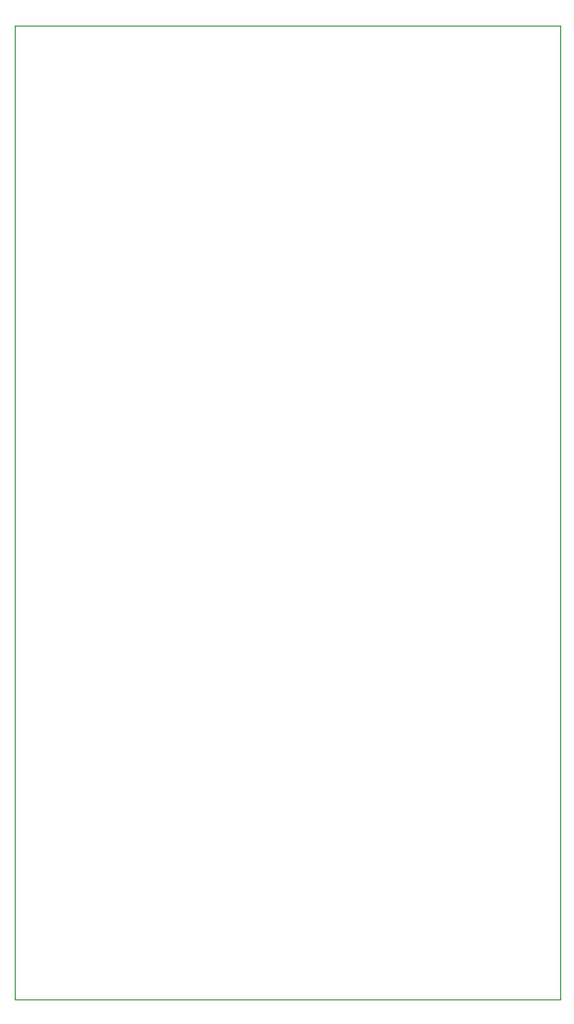
<source format=gbr>
G04 #@! TF.GenerationSoftware,KiCad,Pcbnew,7.0.7*
G04 #@! TF.CreationDate,2023-09-14T14:30:20-04:00*
G04 #@! TF.ProjectId,monoCtrl,6d6f6e6f-4374-4726-9c2e-6b696361645f,rev?*
G04 #@! TF.SameCoordinates,Original*
G04 #@! TF.FileFunction,Profile,NP*
%FSLAX46Y46*%
G04 Gerber Fmt 4.6, Leading zero omitted, Abs format (unit mm)*
G04 Created by KiCad (PCBNEW 7.0.7) date 2023-09-14 14:30:20*
%MOMM*%
%LPD*%
G01*
G04 APERTURE LIST*
G04 #@! TA.AperFunction,Profile*
%ADD10C,0.100000*%
G04 #@! TD*
G04 APERTURE END LIST*
D10*
X52070000Y-73660000D02*
X99060000Y-73660000D01*
X99060000Y-157480000D01*
X52070000Y-157480000D01*
X52070000Y-73660000D01*
M02*

</source>
